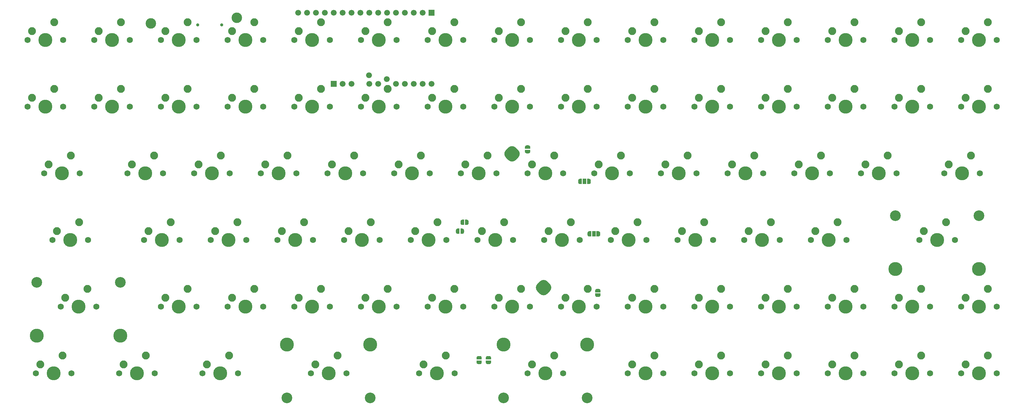
<source format=gbr>
%TF.GenerationSoftware,KiCad,Pcbnew,(5.1.10)-1*%
%TF.CreationDate,2021-11-24T07:07:12-05:00*%
%TF.ProjectId,bdpcb,62647063-622e-46b6-9963-61645f706362,rev?*%
%TF.SameCoordinates,Original*%
%TF.FileFunction,Soldermask,Top*%
%TF.FilePolarity,Negative*%
%FSLAX46Y46*%
G04 Gerber Fmt 4.6, Leading zero omitted, Abs format (unit mm)*
G04 Created by KiCad (PCBNEW (5.1.10)-1) date 2021-11-24 07:07:12*
%MOMM*%
%LPD*%
G01*
G04 APERTURE LIST*
%ADD10C,1.676400*%
%ADD11R,1.676400X1.676400*%
%ADD12C,1.750000*%
%ADD13C,2.250000*%
%ADD14C,3.987800*%
%ADD15C,0.100000*%
%ADD16R,1.000000X1.500000*%
%ADD17C,3.048000*%
%ADD18C,3.000000*%
%ADD19C,0.900000*%
G04 APERTURE END LIST*
%TO.C,U3*%
G36*
G01*
X157689340Y-59679767D02*
X156982233Y-58972660D01*
G75*
G02*
X156982233Y-56851340I1060660J1060660D01*
G01*
X157689340Y-56144233D01*
G75*
G02*
X159810660Y-56144233I1060660J-1060660D01*
G01*
X160517767Y-56851340D01*
G75*
G02*
X160517767Y-58972660I-1060660J-1060660D01*
G01*
X159810660Y-59679767D01*
G75*
G02*
X157689340Y-59679767I-1060660J1060660D01*
G01*
G37*
%TD*%
%TO.C,U4*%
G36*
G01*
X166706340Y-97906767D02*
X165999233Y-97199660D01*
G75*
G02*
X165999233Y-95078340I1060660J1060660D01*
G01*
X166706340Y-94371233D01*
G75*
G02*
X168827660Y-94371233I1060660J-1060660D01*
G01*
X169534767Y-95078340D01*
G75*
G02*
X169534767Y-97199660I-1060660J-1060660D01*
G01*
X168827660Y-97906767D01*
G75*
G02*
X166706340Y-97906767I-1060660J1060660D01*
G01*
G37*
%TD*%
D10*
%TO.C,U1*%
X97631250Y-17622650D03*
X100171250Y-17622650D03*
X102711250Y-17622650D03*
X105251250Y-17622650D03*
X107791250Y-17622650D03*
X110331250Y-17622650D03*
X112871250Y-17622650D03*
X115411250Y-17622650D03*
X117951250Y-17622650D03*
X120491250Y-17622650D03*
X123031250Y-17622650D03*
X125571250Y-17622650D03*
X128111250Y-17622650D03*
X130651250Y-17622650D03*
X133191250Y-17622650D03*
D11*
X135731250Y-17622650D03*
D10*
X135731250Y-37942650D03*
X133191250Y-37942650D03*
X130651250Y-37942650D03*
X128111250Y-37942650D03*
X125571250Y-37942650D03*
X120491250Y-37942650D03*
X117951250Y-37942650D03*
X117931250Y-35432650D03*
X112871250Y-37942650D03*
X110331250Y-37942650D03*
D11*
X107791250Y-37942650D03*
D10*
X122981250Y-36582650D03*
%TD*%
D12*
%TO.C,K23*%
X163830000Y-44452240D03*
X153670000Y-44452240D03*
D13*
X154940000Y-41912240D03*
D14*
X158750000Y-44452240D03*
D13*
X161290000Y-39372240D03*
%TD*%
D12*
%TO.C,K52*%
X178117500Y-82554160D03*
X167957500Y-82554160D03*
D13*
X169227500Y-80014160D03*
D14*
X173037500Y-82554160D03*
D13*
X175577500Y-77474160D03*
%TD*%
D12*
%TO.C,K37*%
X154305000Y-63503200D03*
X144145000Y-63503200D03*
D13*
X145415000Y-60963200D03*
D14*
X149225000Y-63503200D03*
D13*
X151765000Y-58423200D03*
%TD*%
D15*
%TO.C,SCL*%
G36*
X148602000Y-116690000D02*
G01*
X148602000Y-116190000D01*
X148602602Y-116190000D01*
X148602602Y-116165466D01*
X148607412Y-116116635D01*
X148616984Y-116068510D01*
X148631228Y-116021555D01*
X148650005Y-115976222D01*
X148673136Y-115932949D01*
X148700396Y-115892150D01*
X148731524Y-115854221D01*
X148766221Y-115819524D01*
X148804150Y-115788396D01*
X148844949Y-115761136D01*
X148888222Y-115738005D01*
X148933555Y-115719228D01*
X148980510Y-115704984D01*
X149028635Y-115695412D01*
X149077466Y-115690602D01*
X149102000Y-115690602D01*
X149102000Y-115690000D01*
X149602000Y-115690000D01*
X149602000Y-115690602D01*
X149626534Y-115690602D01*
X149675365Y-115695412D01*
X149723490Y-115704984D01*
X149770445Y-115719228D01*
X149815778Y-115738005D01*
X149859051Y-115761136D01*
X149899850Y-115788396D01*
X149937779Y-115819524D01*
X149972476Y-115854221D01*
X150003604Y-115892150D01*
X150030864Y-115932949D01*
X150053995Y-115976222D01*
X150072772Y-116021555D01*
X150087016Y-116068510D01*
X150096588Y-116116635D01*
X150101398Y-116165466D01*
X150101398Y-116190000D01*
X150102000Y-116190000D01*
X150102000Y-116690000D01*
X148602000Y-116690000D01*
G37*
G36*
X150101398Y-117490000D02*
G01*
X150101398Y-117514534D01*
X150096588Y-117563365D01*
X150087016Y-117611490D01*
X150072772Y-117658445D01*
X150053995Y-117703778D01*
X150030864Y-117747051D01*
X150003604Y-117787850D01*
X149972476Y-117825779D01*
X149937779Y-117860476D01*
X149899850Y-117891604D01*
X149859051Y-117918864D01*
X149815778Y-117941995D01*
X149770445Y-117960772D01*
X149723490Y-117975016D01*
X149675365Y-117984588D01*
X149626534Y-117989398D01*
X149602000Y-117989398D01*
X149602000Y-117990000D01*
X149102000Y-117990000D01*
X149102000Y-117989398D01*
X149077466Y-117989398D01*
X149028635Y-117984588D01*
X148980510Y-117975016D01*
X148933555Y-117960772D01*
X148888222Y-117941995D01*
X148844949Y-117918864D01*
X148804150Y-117891604D01*
X148766221Y-117860476D01*
X148731524Y-117825779D01*
X148700396Y-117787850D01*
X148673136Y-117747051D01*
X148650005Y-117703778D01*
X148631228Y-117658445D01*
X148616984Y-117611490D01*
X148607412Y-117563365D01*
X148602602Y-117514534D01*
X148602602Y-117490000D01*
X148602000Y-117490000D01*
X148602000Y-116990000D01*
X150102000Y-116990000D01*
X150102000Y-117490000D01*
X150101398Y-117490000D01*
G37*
%TD*%
%TO.C,SDA*%
G36*
X151269000Y-116690000D02*
G01*
X151269000Y-116190000D01*
X151269602Y-116190000D01*
X151269602Y-116165466D01*
X151274412Y-116116635D01*
X151283984Y-116068510D01*
X151298228Y-116021555D01*
X151317005Y-115976222D01*
X151340136Y-115932949D01*
X151367396Y-115892150D01*
X151398524Y-115854221D01*
X151433221Y-115819524D01*
X151471150Y-115788396D01*
X151511949Y-115761136D01*
X151555222Y-115738005D01*
X151600555Y-115719228D01*
X151647510Y-115704984D01*
X151695635Y-115695412D01*
X151744466Y-115690602D01*
X151769000Y-115690602D01*
X151769000Y-115690000D01*
X152269000Y-115690000D01*
X152269000Y-115690602D01*
X152293534Y-115690602D01*
X152342365Y-115695412D01*
X152390490Y-115704984D01*
X152437445Y-115719228D01*
X152482778Y-115738005D01*
X152526051Y-115761136D01*
X152566850Y-115788396D01*
X152604779Y-115819524D01*
X152639476Y-115854221D01*
X152670604Y-115892150D01*
X152697864Y-115932949D01*
X152720995Y-115976222D01*
X152739772Y-116021555D01*
X152754016Y-116068510D01*
X152763588Y-116116635D01*
X152768398Y-116165466D01*
X152768398Y-116190000D01*
X152769000Y-116190000D01*
X152769000Y-116690000D01*
X151269000Y-116690000D01*
G37*
G36*
X152768398Y-117490000D02*
G01*
X152768398Y-117514534D01*
X152763588Y-117563365D01*
X152754016Y-117611490D01*
X152739772Y-117658445D01*
X152720995Y-117703778D01*
X152697864Y-117747051D01*
X152670604Y-117787850D01*
X152639476Y-117825779D01*
X152604779Y-117860476D01*
X152566850Y-117891604D01*
X152526051Y-117918864D01*
X152482778Y-117941995D01*
X152437445Y-117960772D01*
X152390490Y-117975016D01*
X152342365Y-117984588D01*
X152293534Y-117989398D01*
X152269000Y-117989398D01*
X152269000Y-117990000D01*
X151769000Y-117990000D01*
X151769000Y-117989398D01*
X151744466Y-117989398D01*
X151695635Y-117984588D01*
X151647510Y-117975016D01*
X151600555Y-117960772D01*
X151555222Y-117941995D01*
X151511949Y-117918864D01*
X151471150Y-117891604D01*
X151433221Y-117860476D01*
X151398524Y-117825779D01*
X151367396Y-117787850D01*
X151340136Y-117747051D01*
X151317005Y-117703778D01*
X151298228Y-117658445D01*
X151283984Y-117611490D01*
X151274412Y-117563365D01*
X151269602Y-117514534D01*
X151269602Y-117490000D01*
X151269000Y-117490000D01*
X151269000Y-116990000D01*
X152769000Y-116990000D01*
X152769000Y-117490000D01*
X152768398Y-117490000D01*
G37*
%TD*%
%TO.C,VIO*%
G36*
X182511000Y-97498000D02*
G01*
X182511000Y-96998000D01*
X182511602Y-96998000D01*
X182511602Y-96973466D01*
X182516412Y-96924635D01*
X182525984Y-96876510D01*
X182540228Y-96829555D01*
X182559005Y-96784222D01*
X182582136Y-96740949D01*
X182609396Y-96700150D01*
X182640524Y-96662221D01*
X182675221Y-96627524D01*
X182713150Y-96596396D01*
X182753949Y-96569136D01*
X182797222Y-96546005D01*
X182842555Y-96527228D01*
X182889510Y-96512984D01*
X182937635Y-96503412D01*
X182986466Y-96498602D01*
X183011000Y-96498602D01*
X183011000Y-96498000D01*
X183511000Y-96498000D01*
X183511000Y-96498602D01*
X183535534Y-96498602D01*
X183584365Y-96503412D01*
X183632490Y-96512984D01*
X183679445Y-96527228D01*
X183724778Y-96546005D01*
X183768051Y-96569136D01*
X183808850Y-96596396D01*
X183846779Y-96627524D01*
X183881476Y-96662221D01*
X183912604Y-96700150D01*
X183939864Y-96740949D01*
X183962995Y-96784222D01*
X183981772Y-96829555D01*
X183996016Y-96876510D01*
X184005588Y-96924635D01*
X184010398Y-96973466D01*
X184010398Y-96998000D01*
X184011000Y-96998000D01*
X184011000Y-97498000D01*
X182511000Y-97498000D01*
G37*
G36*
X184010398Y-98298000D02*
G01*
X184010398Y-98322534D01*
X184005588Y-98371365D01*
X183996016Y-98419490D01*
X183981772Y-98466445D01*
X183962995Y-98511778D01*
X183939864Y-98555051D01*
X183912604Y-98595850D01*
X183881476Y-98633779D01*
X183846779Y-98668476D01*
X183808850Y-98699604D01*
X183768051Y-98726864D01*
X183724778Y-98749995D01*
X183679445Y-98768772D01*
X183632490Y-98783016D01*
X183584365Y-98792588D01*
X183535534Y-98797398D01*
X183511000Y-98797398D01*
X183511000Y-98798000D01*
X183011000Y-98798000D01*
X183011000Y-98797398D01*
X182986466Y-98797398D01*
X182937635Y-98792588D01*
X182889510Y-98783016D01*
X182842555Y-98768772D01*
X182797222Y-98749995D01*
X182753949Y-98726864D01*
X182713150Y-98699604D01*
X182675221Y-98668476D01*
X182640524Y-98633779D01*
X182609396Y-98595850D01*
X182582136Y-98555051D01*
X182559005Y-98511778D01*
X182540228Y-98466445D01*
X182525984Y-98419490D01*
X182516412Y-98371365D01*
X182511602Y-98322534D01*
X182511602Y-98298000D01*
X182511000Y-98298000D01*
X182511000Y-97798000D01*
X184011000Y-97798000D01*
X184011000Y-98298000D01*
X184010398Y-98298000D01*
G37*
%TD*%
%TO.C,SCL*%
G36*
X144026000Y-79260000D02*
G01*
X144526000Y-79260000D01*
X144526000Y-79260602D01*
X144550534Y-79260602D01*
X144599365Y-79265412D01*
X144647490Y-79274984D01*
X144694445Y-79289228D01*
X144739778Y-79308005D01*
X144783051Y-79331136D01*
X144823850Y-79358396D01*
X144861779Y-79389524D01*
X144896476Y-79424221D01*
X144927604Y-79462150D01*
X144954864Y-79502949D01*
X144977995Y-79546222D01*
X144996772Y-79591555D01*
X145011016Y-79638510D01*
X145020588Y-79686635D01*
X145025398Y-79735466D01*
X145025398Y-79760000D01*
X145026000Y-79760000D01*
X145026000Y-80260000D01*
X145025398Y-80260000D01*
X145025398Y-80284534D01*
X145020588Y-80333365D01*
X145011016Y-80381490D01*
X144996772Y-80428445D01*
X144977995Y-80473778D01*
X144954864Y-80517051D01*
X144927604Y-80557850D01*
X144896476Y-80595779D01*
X144861779Y-80630476D01*
X144823850Y-80661604D01*
X144783051Y-80688864D01*
X144739778Y-80711995D01*
X144694445Y-80730772D01*
X144647490Y-80745016D01*
X144599365Y-80754588D01*
X144550534Y-80759398D01*
X144526000Y-80759398D01*
X144526000Y-80760000D01*
X144026000Y-80760000D01*
X144026000Y-79260000D01*
G37*
G36*
X143226000Y-80759398D02*
G01*
X143201466Y-80759398D01*
X143152635Y-80754588D01*
X143104510Y-80745016D01*
X143057555Y-80730772D01*
X143012222Y-80711995D01*
X142968949Y-80688864D01*
X142928150Y-80661604D01*
X142890221Y-80630476D01*
X142855524Y-80595779D01*
X142824396Y-80557850D01*
X142797136Y-80517051D01*
X142774005Y-80473778D01*
X142755228Y-80428445D01*
X142740984Y-80381490D01*
X142731412Y-80333365D01*
X142726602Y-80284534D01*
X142726602Y-80260000D01*
X142726000Y-80260000D01*
X142726000Y-79760000D01*
X142726602Y-79760000D01*
X142726602Y-79735466D01*
X142731412Y-79686635D01*
X142740984Y-79638510D01*
X142755228Y-79591555D01*
X142774005Y-79546222D01*
X142797136Y-79502949D01*
X142824396Y-79462150D01*
X142855524Y-79424221D01*
X142890221Y-79389524D01*
X142928150Y-79358396D01*
X142968949Y-79331136D01*
X143012222Y-79308005D01*
X143057555Y-79289228D01*
X143104510Y-79274984D01*
X143152635Y-79265412D01*
X143201466Y-79260602D01*
X143226000Y-79260602D01*
X143226000Y-79260000D01*
X143726000Y-79260000D01*
X143726000Y-80760000D01*
X143226000Y-80760000D01*
X143226000Y-80759398D01*
G37*
%TD*%
%TO.C,SDA*%
G36*
X145026000Y-78220000D02*
G01*
X144526000Y-78220000D01*
X144526000Y-78219398D01*
X144501466Y-78219398D01*
X144452635Y-78214588D01*
X144404510Y-78205016D01*
X144357555Y-78190772D01*
X144312222Y-78171995D01*
X144268949Y-78148864D01*
X144228150Y-78121604D01*
X144190221Y-78090476D01*
X144155524Y-78055779D01*
X144124396Y-78017850D01*
X144097136Y-77977051D01*
X144074005Y-77933778D01*
X144055228Y-77888445D01*
X144040984Y-77841490D01*
X144031412Y-77793365D01*
X144026602Y-77744534D01*
X144026602Y-77720000D01*
X144026000Y-77720000D01*
X144026000Y-77220000D01*
X144026602Y-77220000D01*
X144026602Y-77195466D01*
X144031412Y-77146635D01*
X144040984Y-77098510D01*
X144055228Y-77051555D01*
X144074005Y-77006222D01*
X144097136Y-76962949D01*
X144124396Y-76922150D01*
X144155524Y-76884221D01*
X144190221Y-76849524D01*
X144228150Y-76818396D01*
X144268949Y-76791136D01*
X144312222Y-76768005D01*
X144357555Y-76749228D01*
X144404510Y-76734984D01*
X144452635Y-76725412D01*
X144501466Y-76720602D01*
X144526000Y-76720602D01*
X144526000Y-76720000D01*
X145026000Y-76720000D01*
X145026000Y-78220000D01*
G37*
G36*
X145826000Y-76720602D02*
G01*
X145850534Y-76720602D01*
X145899365Y-76725412D01*
X145947490Y-76734984D01*
X145994445Y-76749228D01*
X146039778Y-76768005D01*
X146083051Y-76791136D01*
X146123850Y-76818396D01*
X146161779Y-76849524D01*
X146196476Y-76884221D01*
X146227604Y-76922150D01*
X146254864Y-76962949D01*
X146277995Y-77006222D01*
X146296772Y-77051555D01*
X146311016Y-77098510D01*
X146320588Y-77146635D01*
X146325398Y-77195466D01*
X146325398Y-77220000D01*
X146326000Y-77220000D01*
X146326000Y-77720000D01*
X146325398Y-77720000D01*
X146325398Y-77744534D01*
X146320588Y-77793365D01*
X146311016Y-77841490D01*
X146296772Y-77888445D01*
X146277995Y-77933778D01*
X146254864Y-77977051D01*
X146227604Y-78017850D01*
X146196476Y-78055779D01*
X146161779Y-78090476D01*
X146123850Y-78121604D01*
X146083051Y-78148864D01*
X146039778Y-78171995D01*
X145994445Y-78190772D01*
X145947490Y-78205016D01*
X145899365Y-78214588D01*
X145850534Y-78219398D01*
X145826000Y-78219398D01*
X145826000Y-78220000D01*
X145326000Y-78220000D01*
X145326000Y-76720000D01*
X145826000Y-76720000D01*
X145826000Y-76720602D01*
G37*
%TD*%
%TO.C,VIO*%
G36*
X163945000Y-56777000D02*
G01*
X163945000Y-57277000D01*
X163944398Y-57277000D01*
X163944398Y-57301534D01*
X163939588Y-57350365D01*
X163930016Y-57398490D01*
X163915772Y-57445445D01*
X163896995Y-57490778D01*
X163873864Y-57534051D01*
X163846604Y-57574850D01*
X163815476Y-57612779D01*
X163780779Y-57647476D01*
X163742850Y-57678604D01*
X163702051Y-57705864D01*
X163658778Y-57728995D01*
X163613445Y-57747772D01*
X163566490Y-57762016D01*
X163518365Y-57771588D01*
X163469534Y-57776398D01*
X163445000Y-57776398D01*
X163445000Y-57777000D01*
X162945000Y-57777000D01*
X162945000Y-57776398D01*
X162920466Y-57776398D01*
X162871635Y-57771588D01*
X162823510Y-57762016D01*
X162776555Y-57747772D01*
X162731222Y-57728995D01*
X162687949Y-57705864D01*
X162647150Y-57678604D01*
X162609221Y-57647476D01*
X162574524Y-57612779D01*
X162543396Y-57574850D01*
X162516136Y-57534051D01*
X162493005Y-57490778D01*
X162474228Y-57445445D01*
X162459984Y-57398490D01*
X162450412Y-57350365D01*
X162445602Y-57301534D01*
X162445602Y-57277000D01*
X162445000Y-57277000D01*
X162445000Y-56777000D01*
X163945000Y-56777000D01*
G37*
G36*
X162445602Y-55977000D02*
G01*
X162445602Y-55952466D01*
X162450412Y-55903635D01*
X162459984Y-55855510D01*
X162474228Y-55808555D01*
X162493005Y-55763222D01*
X162516136Y-55719949D01*
X162543396Y-55679150D01*
X162574524Y-55641221D01*
X162609221Y-55606524D01*
X162647150Y-55575396D01*
X162687949Y-55548136D01*
X162731222Y-55525005D01*
X162776555Y-55506228D01*
X162823510Y-55491984D01*
X162871635Y-55482412D01*
X162920466Y-55477602D01*
X162945000Y-55477602D01*
X162945000Y-55477000D01*
X163445000Y-55477000D01*
X163445000Y-55477602D01*
X163469534Y-55477602D01*
X163518365Y-55482412D01*
X163566490Y-55491984D01*
X163613445Y-55506228D01*
X163658778Y-55525005D01*
X163702051Y-55548136D01*
X163742850Y-55575396D01*
X163780779Y-55606524D01*
X163815476Y-55641221D01*
X163846604Y-55679150D01*
X163873864Y-55719949D01*
X163896995Y-55763222D01*
X163915772Y-55808555D01*
X163930016Y-55855510D01*
X163939588Y-55903635D01*
X163944398Y-55952466D01*
X163944398Y-55977000D01*
X163945000Y-55977000D01*
X163945000Y-56477000D01*
X162445000Y-56477000D01*
X162445000Y-55977000D01*
X162445602Y-55977000D01*
G37*
%TD*%
%TO.C,VBUS*%
G36*
X181368000Y-81522000D02*
G01*
X180818000Y-81522000D01*
X180818000Y-81521398D01*
X180793466Y-81521398D01*
X180744635Y-81516588D01*
X180696510Y-81507016D01*
X180649555Y-81492772D01*
X180604222Y-81473995D01*
X180560949Y-81450864D01*
X180520150Y-81423604D01*
X180482221Y-81392476D01*
X180447524Y-81357779D01*
X180416396Y-81319850D01*
X180389136Y-81279051D01*
X180366005Y-81235778D01*
X180347228Y-81190445D01*
X180332984Y-81143490D01*
X180323412Y-81095365D01*
X180318602Y-81046534D01*
X180318602Y-81022000D01*
X180318000Y-81022000D01*
X180318000Y-80522000D01*
X180318602Y-80522000D01*
X180318602Y-80497466D01*
X180323412Y-80448635D01*
X180332984Y-80400510D01*
X180347228Y-80353555D01*
X180366005Y-80308222D01*
X180389136Y-80264949D01*
X180416396Y-80224150D01*
X180447524Y-80186221D01*
X180482221Y-80151524D01*
X180520150Y-80120396D01*
X180560949Y-80093136D01*
X180604222Y-80070005D01*
X180649555Y-80051228D01*
X180696510Y-80036984D01*
X180744635Y-80027412D01*
X180793466Y-80022602D01*
X180818000Y-80022602D01*
X180818000Y-80022000D01*
X181368000Y-80022000D01*
X181368000Y-81522000D01*
G37*
D16*
X182118000Y-80772000D03*
D15*
G36*
X183418000Y-80022602D02*
G01*
X183442534Y-80022602D01*
X183491365Y-80027412D01*
X183539490Y-80036984D01*
X183586445Y-80051228D01*
X183631778Y-80070005D01*
X183675051Y-80093136D01*
X183715850Y-80120396D01*
X183753779Y-80151524D01*
X183788476Y-80186221D01*
X183819604Y-80224150D01*
X183846864Y-80264949D01*
X183869995Y-80308222D01*
X183888772Y-80353555D01*
X183903016Y-80400510D01*
X183912588Y-80448635D01*
X183917398Y-80497466D01*
X183917398Y-80522000D01*
X183918000Y-80522000D01*
X183918000Y-81022000D01*
X183917398Y-81022000D01*
X183917398Y-81046534D01*
X183912588Y-81095365D01*
X183903016Y-81143490D01*
X183888772Y-81190445D01*
X183869995Y-81235778D01*
X183846864Y-81279051D01*
X183819604Y-81319850D01*
X183788476Y-81357779D01*
X183753779Y-81392476D01*
X183715850Y-81423604D01*
X183675051Y-81450864D01*
X183631778Y-81473995D01*
X183586445Y-81492772D01*
X183539490Y-81507016D01*
X183491365Y-81516588D01*
X183442534Y-81521398D01*
X183418000Y-81521398D01*
X183418000Y-81522000D01*
X182868000Y-81522000D01*
X182868000Y-80022000D01*
X183418000Y-80022000D01*
X183418000Y-80022602D01*
G37*
%TD*%
%TO.C,3V3*%
G36*
X180751000Y-65036602D02*
G01*
X180775534Y-65036602D01*
X180824365Y-65041412D01*
X180872490Y-65050984D01*
X180919445Y-65065228D01*
X180964778Y-65084005D01*
X181008051Y-65107136D01*
X181048850Y-65134396D01*
X181086779Y-65165524D01*
X181121476Y-65200221D01*
X181152604Y-65238150D01*
X181179864Y-65278949D01*
X181202995Y-65322222D01*
X181221772Y-65367555D01*
X181236016Y-65414510D01*
X181245588Y-65462635D01*
X181250398Y-65511466D01*
X181250398Y-65536000D01*
X181251000Y-65536000D01*
X181251000Y-66036000D01*
X181250398Y-66036000D01*
X181250398Y-66060534D01*
X181245588Y-66109365D01*
X181236016Y-66157490D01*
X181221772Y-66204445D01*
X181202995Y-66249778D01*
X181179864Y-66293051D01*
X181152604Y-66333850D01*
X181121476Y-66371779D01*
X181086779Y-66406476D01*
X181048850Y-66437604D01*
X181008051Y-66464864D01*
X180964778Y-66487995D01*
X180919445Y-66506772D01*
X180872490Y-66521016D01*
X180824365Y-66530588D01*
X180775534Y-66535398D01*
X180751000Y-66535398D01*
X180751000Y-66536000D01*
X180201000Y-66536000D01*
X180201000Y-65036000D01*
X180751000Y-65036000D01*
X180751000Y-65036602D01*
G37*
D16*
X179451000Y-65786000D03*
D15*
G36*
X178701000Y-66536000D02*
G01*
X178151000Y-66536000D01*
X178151000Y-66535398D01*
X178126466Y-66535398D01*
X178077635Y-66530588D01*
X178029510Y-66521016D01*
X177982555Y-66506772D01*
X177937222Y-66487995D01*
X177893949Y-66464864D01*
X177853150Y-66437604D01*
X177815221Y-66406476D01*
X177780524Y-66371779D01*
X177749396Y-66333850D01*
X177722136Y-66293051D01*
X177699005Y-66249778D01*
X177680228Y-66204445D01*
X177665984Y-66157490D01*
X177656412Y-66109365D01*
X177651602Y-66060534D01*
X177651602Y-66036000D01*
X177651000Y-66036000D01*
X177651000Y-65536000D01*
X177651602Y-65536000D01*
X177651602Y-65511466D01*
X177656412Y-65462635D01*
X177665984Y-65414510D01*
X177680228Y-65367555D01*
X177699005Y-65322222D01*
X177722136Y-65278949D01*
X177749396Y-65238150D01*
X177780524Y-65200221D01*
X177815221Y-65165524D01*
X177853150Y-65134396D01*
X177893949Y-65107136D01*
X177937222Y-65084005D01*
X177982555Y-65065228D01*
X178029510Y-65050984D01*
X178077635Y-65041412D01*
X178126466Y-65036602D01*
X178151000Y-65036602D01*
X178151000Y-65036000D01*
X178701000Y-65036000D01*
X178701000Y-66536000D01*
G37*
%TD*%
D13*
%TO.C,K45*%
X35083750Y-77474160D03*
D14*
X32543750Y-82554160D03*
D13*
X28733750Y-80014160D03*
D12*
X27463750Y-82554160D03*
X37623750Y-82554160D03*
%TD*%
D13*
%TO.C,K58*%
X37465000Y-96525120D03*
D14*
X34925000Y-101605120D03*
D13*
X31115000Y-99065120D03*
D12*
X29845000Y-101605120D03*
X40005000Y-101605120D03*
D17*
X23018750Y-94620120D03*
X46831250Y-94620120D03*
D14*
X23018750Y-109860120D03*
X46831250Y-109860120D03*
%TD*%
D13*
%TO.C,K77*%
X170815000Y-115576080D03*
D14*
X168275000Y-120656080D03*
D13*
X164465000Y-118116080D03*
D12*
X163195000Y-120656080D03*
X173355000Y-120656080D03*
D17*
X156368750Y-127641080D03*
X180181250Y-127641080D03*
D14*
X156368750Y-112401080D03*
X180181250Y-112401080D03*
%TD*%
D13*
%TO.C,K75*%
X108902500Y-115576080D03*
D14*
X106362500Y-120656080D03*
D13*
X102552500Y-118116080D03*
D12*
X101282500Y-120656080D03*
X111442500Y-120656080D03*
D17*
X94456250Y-127641080D03*
X118268750Y-127641080D03*
D14*
X94456250Y-112401080D03*
X118268750Y-112401080D03*
%TD*%
D13*
%TO.C,K74*%
X77946250Y-115576080D03*
D14*
X75406250Y-120656080D03*
D13*
X71596250Y-118116080D03*
D12*
X70326250Y-120656080D03*
X80486250Y-120656080D03*
%TD*%
D13*
%TO.C,K73*%
X54133750Y-115576080D03*
D14*
X51593750Y-120656080D03*
D13*
X47783750Y-118116080D03*
D12*
X46513750Y-120656080D03*
X56673750Y-120656080D03*
%TD*%
D13*
%TO.C,K72*%
X30321250Y-115576080D03*
D14*
X27781250Y-120656080D03*
D13*
X23971250Y-118116080D03*
D12*
X22701250Y-120656080D03*
X32861250Y-120656080D03*
%TD*%
D13*
%TO.C,K44*%
X289877500Y-58423200D03*
D14*
X287337500Y-63503200D03*
D13*
X283527500Y-60963200D03*
D12*
X282257500Y-63503200D03*
X292417500Y-63503200D03*
%TD*%
D13*
%TO.C,K31*%
X32702500Y-58423200D03*
D14*
X30162500Y-63503200D03*
D13*
X26352500Y-60963200D03*
D12*
X25082500Y-63503200D03*
X35242500Y-63503200D03*
%TD*%
D13*
%TO.C,K57*%
X282733750Y-77474160D03*
D14*
X280193750Y-82554160D03*
D13*
X276383750Y-80014160D03*
D12*
X275113750Y-82554160D03*
X285273750Y-82554160D03*
D17*
X268287500Y-75569160D03*
X292100000Y-75569160D03*
D14*
X268287500Y-90809160D03*
X292100000Y-90809160D03*
%TD*%
D12*
%TO.C,K24*%
X182880000Y-44452240D03*
X172720000Y-44452240D03*
D13*
X173990000Y-41912240D03*
D14*
X177800000Y-44452240D03*
D13*
X180340000Y-39372240D03*
%TD*%
D12*
%TO.C,K2*%
X49530000Y-25401280D03*
X39370000Y-25401280D03*
D13*
X40640000Y-22861280D03*
D14*
X44450000Y-25401280D03*
D13*
X46990000Y-20321280D03*
%TD*%
D12*
%TO.C,K26*%
X220980000Y-44452240D03*
X210820000Y-44452240D03*
D13*
X212090000Y-41912240D03*
D14*
X215900000Y-44452240D03*
D13*
X218440000Y-39372240D03*
%TD*%
D12*
%TO.C,K28*%
X259080000Y-44452240D03*
X248920000Y-44452240D03*
D13*
X250190000Y-41912240D03*
D14*
X254000000Y-44452240D03*
D13*
X256540000Y-39372240D03*
%TD*%
D12*
%TO.C,K27*%
X240030000Y-44452240D03*
X229870000Y-44452240D03*
D13*
X231140000Y-41912240D03*
D14*
X234950000Y-44452240D03*
D13*
X237490000Y-39372240D03*
%TD*%
D12*
%TO.C,K25*%
X201930000Y-44452240D03*
X191770000Y-44452240D03*
D13*
X193040000Y-41912240D03*
D14*
X196850000Y-44452240D03*
D13*
X199390000Y-39372240D03*
%TD*%
D12*
%TO.C,K13*%
X259080000Y-25401280D03*
X248920000Y-25401280D03*
D13*
X250190000Y-22861280D03*
D14*
X254000000Y-25401280D03*
D13*
X256540000Y-20321280D03*
%TD*%
D12*
%TO.C,K10*%
X201930000Y-25401280D03*
X191770000Y-25401280D03*
D13*
X193040000Y-22861280D03*
D14*
X196850000Y-25401280D03*
D13*
X199390000Y-20321280D03*
%TD*%
D12*
%TO.C,K14*%
X278130000Y-25401280D03*
X267970000Y-25401280D03*
D13*
X269240000Y-22861280D03*
D14*
X273050000Y-25401280D03*
D13*
X275590000Y-20321280D03*
%TD*%
D12*
%TO.C,K29*%
X278130000Y-44452240D03*
X267970000Y-44452240D03*
D13*
X269240000Y-41912240D03*
D14*
X273050000Y-44452240D03*
D13*
X275590000Y-39372240D03*
%TD*%
D12*
%TO.C,K46*%
X63817500Y-82554160D03*
X53657500Y-82554160D03*
D13*
X54927500Y-80014160D03*
D14*
X58737500Y-82554160D03*
D13*
X61277500Y-77474160D03*
%TD*%
D12*
%TO.C,K59*%
X68580000Y-101605120D03*
X58420000Y-101605120D03*
D13*
X59690000Y-99065120D03*
D14*
X63500000Y-101605120D03*
D13*
X66040000Y-96525120D03*
%TD*%
D12*
%TO.C,K54*%
X216217500Y-82554160D03*
X206057500Y-82554160D03*
D13*
X207327500Y-80014160D03*
D14*
X211137500Y-82554160D03*
D13*
X213677500Y-77474160D03*
%TD*%
D12*
%TO.C,K49*%
X120967500Y-82554160D03*
X110807500Y-82554160D03*
D13*
X112077500Y-80014160D03*
D14*
X115887500Y-82554160D03*
D13*
X118427500Y-77474160D03*
%TD*%
D12*
%TO.C,K76*%
X142398750Y-120656080D03*
X132238750Y-120656080D03*
D13*
X133508750Y-118116080D03*
D14*
X137318750Y-120656080D03*
D13*
X139858750Y-115576080D03*
%TD*%
D12*
%TO.C,K41*%
X230505000Y-63503200D03*
X220345000Y-63503200D03*
D13*
X221615000Y-60963200D03*
D14*
X225425000Y-63503200D03*
D13*
X227965000Y-58423200D03*
%TD*%
D12*
%TO.C,K56*%
X254317500Y-82554160D03*
X244157500Y-82554160D03*
D13*
X245427500Y-80014160D03*
D14*
X249237500Y-82554160D03*
D13*
X251777500Y-77474160D03*
%TD*%
D12*
%TO.C,K12*%
X240030000Y-25401280D03*
X229870000Y-25401280D03*
D13*
X231140000Y-22861280D03*
D14*
X234950000Y-25401280D03*
D13*
X237490000Y-20321280D03*
%TD*%
D12*
%TO.C,K39*%
X192405000Y-63503200D03*
X182245000Y-63503200D03*
D13*
X183515000Y-60963200D03*
D14*
X187325000Y-63503200D03*
D13*
X189865000Y-58423200D03*
%TD*%
D12*
%TO.C,K48*%
X101917500Y-82554160D03*
X91757500Y-82554160D03*
D13*
X93027500Y-80014160D03*
D14*
X96837500Y-82554160D03*
D13*
X99377500Y-77474160D03*
%TD*%
D12*
%TO.C,K17*%
X49530000Y-44452240D03*
X39370000Y-44452240D03*
D13*
X40640000Y-41912240D03*
D14*
X44450000Y-44452240D03*
D13*
X46990000Y-39372240D03*
%TD*%
D12*
%TO.C,K18*%
X68580000Y-44452240D03*
X58420000Y-44452240D03*
D13*
X59690000Y-41912240D03*
D14*
X63500000Y-44452240D03*
D13*
X66040000Y-39372240D03*
%TD*%
D12*
%TO.C,K19*%
X87630000Y-44452240D03*
X77470000Y-44452240D03*
D13*
X78740000Y-41912240D03*
D14*
X82550000Y-44452240D03*
D13*
X85090000Y-39372240D03*
%TD*%
D12*
%TO.C,K83*%
X297180000Y-120656080D03*
X287020000Y-120656080D03*
D13*
X288290000Y-118116080D03*
D14*
X292100000Y-120656080D03*
D13*
X294640000Y-115576080D03*
%TD*%
D12*
%TO.C,K82*%
X278130000Y-120656080D03*
X267970000Y-120656080D03*
D13*
X269240000Y-118116080D03*
D14*
X273050000Y-120656080D03*
D13*
X275590000Y-115576080D03*
%TD*%
D12*
%TO.C,K81*%
X259080000Y-120656080D03*
X248920000Y-120656080D03*
D13*
X250190000Y-118116080D03*
D14*
X254000000Y-120656080D03*
D13*
X256540000Y-115576080D03*
%TD*%
D12*
%TO.C,K80*%
X240030000Y-120656080D03*
X229870000Y-120656080D03*
D13*
X231140000Y-118116080D03*
D14*
X234950000Y-120656080D03*
D13*
X237490000Y-115576080D03*
%TD*%
D12*
%TO.C,K79*%
X220980000Y-120656080D03*
X210820000Y-120656080D03*
D13*
X212090000Y-118116080D03*
D14*
X215900000Y-120656080D03*
D13*
X218440000Y-115576080D03*
%TD*%
D12*
%TO.C,K78*%
X201930000Y-120656080D03*
X191770000Y-120656080D03*
D13*
X193040000Y-118116080D03*
D14*
X196850000Y-120656080D03*
D13*
X199390000Y-115576080D03*
%TD*%
D12*
%TO.C,K71*%
X297180000Y-101605120D03*
X287020000Y-101605120D03*
D13*
X288290000Y-99065120D03*
D14*
X292100000Y-101605120D03*
D13*
X294640000Y-96525120D03*
%TD*%
D12*
%TO.C,K70*%
X278130000Y-101605120D03*
X267970000Y-101605120D03*
D13*
X269240000Y-99065120D03*
D14*
X273050000Y-101605120D03*
D13*
X275590000Y-96525120D03*
%TD*%
D12*
%TO.C,K69*%
X259080000Y-101605120D03*
X248920000Y-101605120D03*
D13*
X250190000Y-99065120D03*
D14*
X254000000Y-101605120D03*
D13*
X256540000Y-96525120D03*
%TD*%
D12*
%TO.C,K68*%
X240030000Y-101605120D03*
X229870000Y-101605120D03*
D13*
X231140000Y-99065120D03*
D14*
X234950000Y-101605120D03*
D13*
X237490000Y-96525120D03*
%TD*%
D12*
%TO.C,K67*%
X220980000Y-101605120D03*
X210820000Y-101605120D03*
D13*
X212090000Y-99065120D03*
D14*
X215900000Y-101605120D03*
D13*
X218440000Y-96525120D03*
%TD*%
D12*
%TO.C,K66*%
X201930000Y-101605120D03*
X191770000Y-101605120D03*
D13*
X193040000Y-99065120D03*
D14*
X196850000Y-101605120D03*
D13*
X199390000Y-96525120D03*
%TD*%
D12*
%TO.C,K65*%
X182880000Y-101605120D03*
X172720000Y-101605120D03*
D13*
X173990000Y-99065120D03*
D14*
X177800000Y-101605120D03*
D13*
X180340000Y-96525120D03*
%TD*%
D12*
%TO.C,K64*%
X163830000Y-101605120D03*
X153670000Y-101605120D03*
D13*
X154940000Y-99065120D03*
D14*
X158750000Y-101605120D03*
D13*
X161290000Y-96525120D03*
%TD*%
D12*
%TO.C,K63*%
X144780000Y-101605120D03*
X134620000Y-101605120D03*
D13*
X135890000Y-99065120D03*
D14*
X139700000Y-101605120D03*
D13*
X142240000Y-96525120D03*
%TD*%
D12*
%TO.C,K62*%
X125730000Y-101605120D03*
X115570000Y-101605120D03*
D13*
X116840000Y-99065120D03*
D14*
X120650000Y-101605120D03*
D13*
X123190000Y-96525120D03*
%TD*%
D12*
%TO.C,K61*%
X106680000Y-101605120D03*
X96520000Y-101605120D03*
D13*
X97790000Y-99065120D03*
D14*
X101600000Y-101605120D03*
D13*
X104140000Y-96525120D03*
%TD*%
D12*
%TO.C,K60*%
X87630000Y-101605120D03*
X77470000Y-101605120D03*
D13*
X78740000Y-99065120D03*
D14*
X82550000Y-101605120D03*
D13*
X85090000Y-96525120D03*
%TD*%
D12*
%TO.C,K55*%
X235267500Y-82554160D03*
X225107500Y-82554160D03*
D13*
X226377500Y-80014160D03*
D14*
X230187500Y-82554160D03*
D13*
X232727500Y-77474160D03*
%TD*%
D12*
%TO.C,K53*%
X197167500Y-82554160D03*
X187007500Y-82554160D03*
D13*
X188277500Y-80014160D03*
D14*
X192087500Y-82554160D03*
D13*
X194627500Y-77474160D03*
%TD*%
D12*
%TO.C,K51*%
X159067500Y-82554160D03*
X148907500Y-82554160D03*
D13*
X150177500Y-80014160D03*
D14*
X153987500Y-82554160D03*
D13*
X156527500Y-77474160D03*
%TD*%
D12*
%TO.C,K50*%
X140017500Y-82554160D03*
X129857500Y-82554160D03*
D13*
X131127500Y-80014160D03*
D14*
X134937500Y-82554160D03*
D13*
X137477500Y-77474160D03*
%TD*%
D12*
%TO.C,K47*%
X82867500Y-82554160D03*
X72707500Y-82554160D03*
D13*
X73977500Y-80014160D03*
D14*
X77787500Y-82554160D03*
D13*
X80327500Y-77474160D03*
%TD*%
D12*
%TO.C,K43*%
X268605000Y-63503200D03*
X258445000Y-63503200D03*
D13*
X259715000Y-60963200D03*
D14*
X263525000Y-63503200D03*
D13*
X266065000Y-58423200D03*
%TD*%
D12*
%TO.C,K42*%
X249555000Y-63503200D03*
X239395000Y-63503200D03*
D13*
X240665000Y-60963200D03*
D14*
X244475000Y-63503200D03*
D13*
X247015000Y-58423200D03*
%TD*%
D12*
%TO.C,K40*%
X211455000Y-63503200D03*
X201295000Y-63503200D03*
D13*
X202565000Y-60963200D03*
D14*
X206375000Y-63503200D03*
D13*
X208915000Y-58423200D03*
%TD*%
D12*
%TO.C,K38*%
X173355000Y-63503200D03*
X163195000Y-63503200D03*
D13*
X164465000Y-60963200D03*
D14*
X168275000Y-63503200D03*
D13*
X170815000Y-58423200D03*
%TD*%
D12*
%TO.C,K36*%
X135255000Y-63503200D03*
X125095000Y-63503200D03*
D13*
X126365000Y-60963200D03*
D14*
X130175000Y-63503200D03*
D13*
X132715000Y-58423200D03*
%TD*%
D12*
%TO.C,K35*%
X116205000Y-63503200D03*
X106045000Y-63503200D03*
D13*
X107315000Y-60963200D03*
D14*
X111125000Y-63503200D03*
D13*
X113665000Y-58423200D03*
%TD*%
D12*
%TO.C,K34*%
X97155000Y-63503200D03*
X86995000Y-63503200D03*
D13*
X88265000Y-60963200D03*
D14*
X92075000Y-63503200D03*
D13*
X94615000Y-58423200D03*
%TD*%
D12*
%TO.C,K33*%
X78105000Y-63503200D03*
X67945000Y-63503200D03*
D13*
X69215000Y-60963200D03*
D14*
X73025000Y-63503200D03*
D13*
X75565000Y-58423200D03*
%TD*%
D12*
%TO.C,K32*%
X59055000Y-63503200D03*
X48895000Y-63503200D03*
D13*
X50165000Y-60963200D03*
D14*
X53975000Y-63503200D03*
D13*
X56515000Y-58423200D03*
%TD*%
D12*
%TO.C,K30*%
X297180000Y-44452240D03*
X287020000Y-44452240D03*
D13*
X288290000Y-41912240D03*
D14*
X292100000Y-44452240D03*
D13*
X294640000Y-39372240D03*
%TD*%
D12*
%TO.C,K22*%
X144780000Y-44452240D03*
X134620000Y-44452240D03*
D13*
X135890000Y-41912240D03*
D14*
X139700000Y-44452240D03*
D13*
X142240000Y-39372240D03*
%TD*%
D12*
%TO.C,K21*%
X125730000Y-44452240D03*
X115570000Y-44452240D03*
D13*
X116840000Y-41912240D03*
D14*
X120650000Y-44452240D03*
D13*
X123190000Y-39372240D03*
%TD*%
D12*
%TO.C,K20*%
X106680000Y-44452240D03*
X96520000Y-44452240D03*
D13*
X97790000Y-41912240D03*
D14*
X101600000Y-44452240D03*
D13*
X104140000Y-39372240D03*
%TD*%
D12*
%TO.C,K16*%
X30480000Y-44452240D03*
X20320000Y-44452240D03*
D13*
X21590000Y-41912240D03*
D14*
X25400000Y-44452240D03*
D13*
X27940000Y-39372240D03*
%TD*%
D12*
%TO.C,K15*%
X297180000Y-25401280D03*
X287020000Y-25401280D03*
D13*
X288290000Y-22861280D03*
D14*
X292100000Y-25401280D03*
D13*
X294640000Y-20321280D03*
%TD*%
D12*
%TO.C,K11*%
X220980000Y-25401280D03*
X210820000Y-25401280D03*
D13*
X212090000Y-22861280D03*
D14*
X215900000Y-25401280D03*
D13*
X218440000Y-20321280D03*
%TD*%
D12*
%TO.C,K9*%
X182880000Y-25401280D03*
X172720000Y-25401280D03*
D13*
X173990000Y-22861280D03*
D14*
X177800000Y-25401280D03*
D13*
X180340000Y-20321280D03*
%TD*%
D12*
%TO.C,K8*%
X163830000Y-25401280D03*
X153670000Y-25401280D03*
D13*
X154940000Y-22861280D03*
D14*
X158750000Y-25401280D03*
D13*
X161290000Y-20321280D03*
%TD*%
D12*
%TO.C,K7*%
X144780000Y-25401280D03*
X134620000Y-25401280D03*
D13*
X135890000Y-22861280D03*
D14*
X139700000Y-25401280D03*
D13*
X142240000Y-20321280D03*
%TD*%
D12*
%TO.C,K6*%
X125730000Y-25401280D03*
X115570000Y-25401280D03*
D13*
X116840000Y-22861280D03*
D14*
X120650000Y-25401280D03*
D13*
X123190000Y-20321280D03*
%TD*%
D12*
%TO.C,K5*%
X106680000Y-25401280D03*
X96520000Y-25401280D03*
D13*
X97790000Y-22861280D03*
D14*
X101600000Y-25401280D03*
D13*
X104140000Y-20321280D03*
%TD*%
D12*
%TO.C,K4*%
X87630000Y-25401280D03*
X77470000Y-25401280D03*
D13*
X78740000Y-22861280D03*
D14*
X82550000Y-25401280D03*
D13*
X85090000Y-20321280D03*
%TD*%
D12*
%TO.C,K3*%
X68580000Y-25401280D03*
X58420000Y-25401280D03*
D13*
X59690000Y-22861280D03*
D14*
X63500000Y-25401280D03*
D13*
X66040000Y-20321280D03*
%TD*%
D12*
%TO.C,K1*%
X30480000Y-25401280D03*
X20320000Y-25401280D03*
D13*
X21590000Y-22861280D03*
D14*
X25400000Y-25401280D03*
D13*
X27940000Y-20321280D03*
%TD*%
D18*
%TO.C,TP3*%
X80168750Y-19050960D03*
%TD*%
%TO.C,TP1*%
X55562500Y-20638540D03*
%TD*%
D19*
%TO.C,SW1*%
X68990000Y-21082000D03*
X75790000Y-21082000D03*
%TD*%
M02*

</source>
